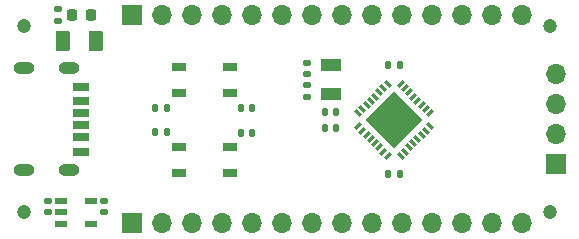
<source format=gts>
%TF.GenerationSoftware,KiCad,Pcbnew,7.0.11*%
%TF.CreationDate,2024-04-23T00:26:42+08:00*%
%TF.ProjectId,UINIO-MCU-STM32L051K8U6,55494e49-4f2d-44d4-9355-2d53544d3332,Version 3.3.2*%
%TF.SameCoordinates,PX7aae400PY5939cc0*%
%TF.FileFunction,Soldermask,Top*%
%TF.FilePolarity,Negative*%
%FSLAX46Y46*%
G04 Gerber Fmt 4.6, Leading zero omitted, Abs format (unit mm)*
G04 Created by KiCad (PCBNEW 7.0.11) date 2024-04-23 00:26:42*
%MOMM*%
%LPD*%
G01*
G04 APERTURE LIST*
G04 Aperture macros list*
%AMRoundRect*
0 Rectangle with rounded corners*
0 $1 Rounding radius*
0 $2 $3 $4 $5 $6 $7 $8 $9 X,Y pos of 4 corners*
0 Add a 4 corners polygon primitive as box body*
4,1,4,$2,$3,$4,$5,$6,$7,$8,$9,$2,$3,0*
0 Add four circle primitives for the rounded corners*
1,1,$1+$1,$2,$3*
1,1,$1+$1,$4,$5*
1,1,$1+$1,$6,$7*
1,1,$1+$1,$8,$9*
0 Add four rect primitives between the rounded corners*
20,1,$1+$1,$2,$3,$4,$5,0*
20,1,$1+$1,$4,$5,$6,$7,0*
20,1,$1+$1,$6,$7,$8,$9,0*
20,1,$1+$1,$8,$9,$2,$3,0*%
%AMRotRect*
0 Rectangle, with rotation*
0 The origin of the aperture is its center*
0 $1 length*
0 $2 width*
0 $3 Rotation angle, in degrees counterclockwise*
0 Add horizontal line*
21,1,$1,$2,0,0,$3*%
G04 Aperture macros list end*
%ADD10RoundRect,0.135000X-0.135000X-0.185000X0.135000X-0.185000X0.135000X0.185000X-0.135000X0.185000X0*%
%ADD11RoundRect,0.140000X-0.140000X-0.170000X0.140000X-0.170000X0.140000X0.170000X-0.140000X0.170000X0*%
%ADD12RoundRect,0.250000X-0.375000X-0.625000X0.375000X-0.625000X0.375000X0.625000X-0.375000X0.625000X0*%
%ADD13C,1.200000*%
%ADD14RoundRect,0.140000X0.140000X0.170000X-0.140000X0.170000X-0.140000X-0.170000X0.140000X-0.170000X0*%
%ADD15RotRect,0.600000X0.300000X315.000000*%
%ADD16RotRect,0.600000X0.300000X45.000000*%
%ADD17RotRect,0.600000X0.300000X135.000000*%
%ADD18RotRect,0.600000X0.300000X225.000000*%
%ADD19RotRect,3.450000X3.450000X225.000000*%
%ADD20RoundRect,0.135000X0.185000X-0.135000X0.185000X0.135000X-0.185000X0.135000X-0.185000X-0.135000X0*%
%ADD21R,1.700000X1.700000*%
%ADD22O,1.700000X1.700000*%
%ADD23O,1.800000X1.000000*%
%ADD24R,1.400000X0.700000*%
%ADD25R,1.400000X0.800000*%
%ADD26R,1.200000X0.650000*%
%ADD27RoundRect,0.218750X0.218750X0.256250X-0.218750X0.256250X-0.218750X-0.256250X0.218750X-0.256250X0*%
%ADD28RoundRect,0.140000X0.170000X-0.140000X0.170000X0.140000X-0.170000X0.140000X-0.170000X-0.140000X0*%
%ADD29RoundRect,0.140000X-0.170000X0.140000X-0.170000X-0.140000X0.170000X-0.140000X0.170000X0.140000X0*%
%ADD30R,1.800000X1.000000*%
%ADD31R,1.000000X0.600000*%
G04 APERTURE END LIST*
D10*
%TO.C,R3*%
X9970000Y-9180000D03*
X10990000Y-9180000D03*
%TD*%
D11*
%TO.C,C5*%
X17190000Y-11300000D03*
X18150000Y-11300000D03*
%TD*%
D12*
%TO.C,F1*%
X4940000Y-3550000D03*
X2140000Y-3550000D03*
%TD*%
D13*
%TO.C,Hole3*%
X-1120000Y-2300000D03*
%TD*%
D14*
%TO.C,C4*%
X30660000Y-14770000D03*
X29700000Y-14770000D03*
%TD*%
D15*
%TO.C,U3*%
X29624239Y-7173788D03*
X29270685Y-7527341D03*
X28917132Y-7880895D03*
X28563578Y-8234448D03*
X28210025Y-8588001D03*
X27856472Y-8941555D03*
X27502918Y-9295108D03*
X27149365Y-9648662D03*
D16*
X27149365Y-10765890D03*
X27502918Y-11119444D03*
X27856472Y-11472997D03*
X28210025Y-11826551D03*
X28563578Y-12180104D03*
X28917132Y-12533657D03*
X29270685Y-12887211D03*
X29624239Y-13240764D03*
D17*
X30741467Y-13240764D03*
X31095021Y-12887211D03*
X31448574Y-12533657D03*
X31802128Y-12180104D03*
X32155681Y-11826551D03*
X32509234Y-11472997D03*
X32862788Y-11119444D03*
X33216341Y-10765890D03*
D18*
X33216341Y-9648662D03*
X32862788Y-9295108D03*
X32509234Y-8941555D03*
X32155681Y-8588001D03*
X31802128Y-8234448D03*
X31448574Y-7880895D03*
X31095021Y-7527341D03*
X30741467Y-7173788D03*
D19*
X30182853Y-10207276D03*
%TD*%
D20*
%TO.C,R1*%
X1740000Y-1830000D03*
X1740000Y-810000D03*
%TD*%
D13*
%TO.C,Hole1*%
X43390000Y-17980000D03*
%TD*%
D21*
%TO.C,J3*%
X43850000Y-13950000D03*
D22*
X43850000Y-11410000D03*
X43850000Y-8870000D03*
X43850000Y-6330000D03*
%TD*%
D11*
%TO.C,C8*%
X24300000Y-10910000D03*
X25260000Y-10910000D03*
%TD*%
D14*
%TO.C,C7*%
X30650000Y-5530000D03*
X29690000Y-5530000D03*
%TD*%
D23*
%TO.C,USB1*%
X2680000Y-5830000D03*
X2680000Y-14470000D03*
X-1120000Y-5830000D03*
X-1120000Y-14470000D03*
D24*
X3680000Y-9650000D03*
X3680000Y-11670000D03*
D25*
X3680000Y-12900000D03*
D24*
X3680000Y-10650000D03*
X3680000Y-8630000D03*
D25*
X3680000Y-7400000D03*
%TD*%
D14*
%TO.C,C9*%
X18160000Y-9170000D03*
X17200000Y-9170000D03*
%TD*%
D13*
%TO.C,Hole2*%
X43390000Y-2300000D03*
%TD*%
D26*
%TO.C,SW2*%
X16260000Y-7905000D03*
X11960000Y-7905000D03*
X16260000Y-5755000D03*
X11960000Y-5755000D03*
%TD*%
D10*
%TO.C,R2*%
X9960000Y-11260000D03*
X10980000Y-11260000D03*
%TD*%
D27*
%TO.C,D1*%
X2907500Y-1300000D03*
X4482500Y-1300000D03*
%TD*%
D28*
%TO.C,C2*%
X5640000Y-18040000D03*
X5640000Y-17080000D03*
%TD*%
D11*
%TO.C,C6*%
X24300000Y-9560000D03*
X25260000Y-9560000D03*
%TD*%
D28*
%TO.C,C11*%
X22810000Y-8240000D03*
X22810000Y-7280000D03*
%TD*%
D29*
%TO.C,C10*%
X22810000Y-5400000D03*
X22810000Y-6360000D03*
%TD*%
D28*
%TO.C,C1*%
X850000Y-17080000D03*
X850000Y-18040000D03*
%TD*%
D13*
%TO.C,Hole4*%
X-1120000Y-17980000D03*
%TD*%
D30*
%TO.C,Y1*%
X24800000Y-8050000D03*
X24800000Y-5550000D03*
%TD*%
D26*
%TO.C,SW1*%
X16260000Y-14665000D03*
X11960000Y-14665000D03*
X16260000Y-12515000D03*
X11960000Y-12515000D03*
%TD*%
D31*
%TO.C,U1*%
X4540000Y-17090000D03*
X4540000Y-18990000D03*
X1940000Y-18990000D03*
X1940000Y-18040000D03*
X1940000Y-17090000D03*
%TD*%
D21*
%TO.C,J2*%
X7950000Y-1340000D03*
D22*
X10490000Y-1340000D03*
X13030000Y-1340000D03*
X15570000Y-1340000D03*
X18110000Y-1340000D03*
X20650000Y-1340000D03*
X23190000Y-1340000D03*
X25730000Y-1340000D03*
X28270000Y-1340000D03*
X30810000Y-1340000D03*
X33350000Y-1340000D03*
X35890000Y-1340000D03*
X38430000Y-1340000D03*
X40970000Y-1340000D03*
%TD*%
D21*
%TO.C,J1*%
X7950000Y-18960000D03*
D22*
X10490000Y-18960000D03*
X13030000Y-18960000D03*
X15570000Y-18960000D03*
X18110000Y-18960000D03*
X20650000Y-18960000D03*
X23190000Y-18960000D03*
X25730000Y-18960000D03*
X28270000Y-18960000D03*
X30810000Y-18960000D03*
X33350000Y-18960000D03*
X35890000Y-18960000D03*
X38430000Y-18960000D03*
X40970000Y-18960000D03*
%TD*%
M02*

</source>
